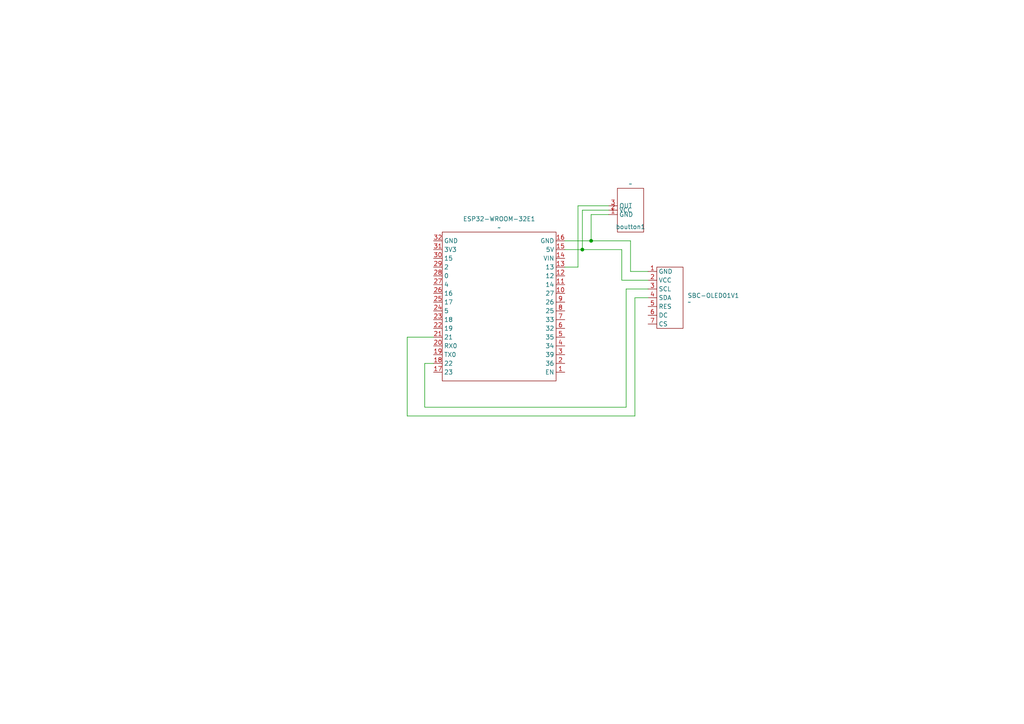
<source format=kicad_sch>
(kicad_sch (version 20231120) (generator "eeschema") (generator_version "8.0")
  (paper "A4")
  (lib_symbols
    (symbol "extensions:ESP32WROOM32E"
      (property "Reference" "ESP32-WROOM-32E" (at 0.508 0 90))
      (symbol "ESP32WROOM32E_0_1"
        (rectangle (start -16.51 20.32) (end 16.51 -22.86))
      )
      (symbol "ESP32WROOM32E_1_1"
        (pin input line (at -19.05 17.78 0) (length 2.54) (name "EN") (number "1"))
        (pin bidirectional line (at -19.05 -5.08 0) (length 2.54) (name "27") (number "10"))
        (pin bidirectional line (at -19.05 -7.62 0) (length 2.54) (name "14") (number "11"))
        (pin bidirectional line (at -19.05 -10.16 0) (length 2.54) (name "12") (number "12"))
        (pin bidirectional line (at -19.05 -12.7 0) (length 2.54) (name "13") (number "13"))
        (pin input line (at -19.05 -15.24 0) (length 2.54) (name "VIN") (number "14"))
        (pin power_out line (at -19.05 -17.78 0) (length 2.54) (name "5V") (number "15"))
        (pin power_out line (at -19.05 -20.32 0) (length 2.54) (name "GND") (number "16"))
        (pin bidirectional line (at 19.05 17.78 180) (length 2.54) (name "23") (number "17"))
        (pin bidirectional line (at 19.05 15.24 180) (length 2.54) (name "22") (number "18"))
        (pin bidirectional line (at 19.05 12.7 180) (length 2.54) (name "TX0") (number "19"))
        (pin input line (at -19.05 15.24 0) (length 2.54) (name "36") (number "2"))
        (pin bidirectional line (at 19.05 10.16 180) (length 2.54) (name "RX0") (number "20"))
        (pin bidirectional line (at 19.05 7.62 180) (length 2.54) (name "21") (number "21"))
        (pin bidirectional line (at 19.05 5.08 180) (length 2.54) (name "19") (number "22"))
        (pin bidirectional line (at 19.05 2.54 180) (length 2.54) (name "18") (number "23"))
        (pin bidirectional line (at 19.05 0 180) (length 2.54) (name "5") (number "24"))
        (pin bidirectional line (at 19.05 -2.54 180) (length 2.54) (name "17") (number "25"))
        (pin bidirectional line (at 19.05 -5.08 180) (length 2.54) (name "16") (number "26"))
        (pin bidirectional line (at 19.05 -7.62 180) (length 2.54) (name "4") (number "27"))
        (pin bidirectional line (at 19.05 -10.16 180) (length 2.54) (name "0") (number "28"))
        (pin bidirectional line (at 19.05 -12.7 180) (length 2.54) (name "2") (number "29"))
        (pin bidirectional line (at -19.05 12.7 0) (length 2.54) (name "39") (number "3"))
        (pin bidirectional line (at 19.05 -15.24 180) (length 2.54) (name "15") (number "30"))
        (pin bidirectional line (at 19.05 -17.78 180) (length 2.54) (name "3V3") (number "31"))
        (pin power_out line (at 19.05 -20.32 180) (length 2.54) (name "GND") (number "32"))
        (pin bidirectional line (at -19.05 10.16 0) (length 2.54) (name "34") (number "4"))
        (pin bidirectional line (at -19.05 7.62 0) (length 2.54) (name "35") (number "5"))
        (pin output line (at -19.05 5.08 0) (length 2.54) (name "32") (number "6"))
        (pin bidirectional line (at -19.05 2.54 0) (length 2.54) (name "33") (number "7"))
        (pin bidirectional line (at -19.05 0 0) (length 2.54) (name "25") (number "8"))
        (pin bidirectional line (at -19.05 -2.54 0) (length 2.54) (name "26") (number "9"))
      )
    )
    (symbol "extensions:SBC-OLED01V2"
      (property "Reference" "SBC-OLED01V1" (at 5.08 -3.1749 0))
      (property "Value" "~" (at 5.08 -5.08 0))
      (symbol "SBC-OLED01V2_0_1"
        (rectangle (start -3.81 5.08) (end 3.81 -12.7))
      )
      (symbol "SBC-OLED01V2_1_1"
        (pin power_in line (at -6.35 3.81 0) (length 2.54) (name "GND") (number "1"))
        (pin power_in line (at -6.35 1.27 0) (length 2.54) (name "VCC") (number "2"))
        (pin input line (at -6.35 -1.27 0) (length 2.54) (name "SCL") (number "3"))
        (pin bidirectional line (at -6.35 -3.81 0) (length 2.54) (name "SDA") (number "4"))
        (pin output line (at -6.35 -6.35 0) (length 2.54) (name "RES") (number "5"))
        (pin output line (at -6.35 -8.89 0) (length 2.54) (name "DC") (number "6"))
        (pin output line (at -6.35 -11.43 0) (length 2.54) (name "CS") (number "7"))
      )
    )
    (symbol "extensions:broche_tri"
      (property "Reference" "b2" (at 0.9525 -5.08 0))
      (property "Value" "~" (at 0.9525 -3.81 0))
      (symbol "broche_tri_0_1"
        (rectangle (start -1.27 6.35) (end 6.35 -6.35))
      )
      (symbol "broche_tri_1_1"
        (pin bidirectional line (at -3.81 1.27 0) (length 2.54) (name "GND") (number "1"))
        (pin bidirectional line (at -3.81 0 0) (length 2.54) (name "VCC") (number "2"))
        (pin bidirectional line (at -3.81 -1.27 0) (length 2.54) (name "OUT") (number "3"))
      )
    )
  )
  (junction (at 171.45 69.85))
  (junction (at 168.91 72.39))
  (wire (pts (xy 125.73 105.41) (xy 123.19 105.41)))
  (wire (pts (xy 176.53 59.69) (xy 167.64 59.69)))
  (wire (pts (xy 167.64 59.69) (xy 167.64 77.47)))
  (wire (pts (xy 118.11 120.65) (xy 118.11 97.79)))
  (wire (pts (xy 163.83 69.85) (xy 171.45 69.85)))
  (wire (pts (xy 187.96 86.36) (xy 184.15 86.36)))
  (wire (pts (xy 123.19 105.41) (xy 123.19 118.11)))
  (wire (pts (xy 167.64 77.47) (xy 163.83 77.47)))
  (wire (pts (xy 123.19 118.11) (xy 181.61 118.11)))
  (wire (pts (xy 168.91 60.96) (xy 168.91 72.39)))
  (wire (pts (xy 182.88 69.85) (xy 182.88 78.74)))
  (wire (pts (xy 176.53 62.23) (xy 171.45 62.23)))
  (wire (pts (xy 181.61 83.82) (xy 187.96 83.82)))
  (wire (pts (xy 163.83 72.39) (xy 168.91 72.39)))
  (wire (pts (xy 118.11 97.79) (xy 125.73 97.79)))
  (wire (pts (xy 171.45 62.23) (xy 171.45 69.85)))
  (wire (pts (xy 176.53 60.96) (xy 168.91 60.96)))
  (wire (pts (xy 168.91 72.39) (xy 180.34 72.39)))
  (wire (pts (xy 180.34 81.28) (xy 187.96 81.28)))
  (wire (pts (xy 181.61 118.11) (xy 181.61 83.82)))
  (wire (pts (xy 182.88 78.74) (xy 187.96 78.74)))
  (wire (pts (xy 184.15 86.36) (xy 184.15 120.65)))
  (wire (pts (xy 184.15 120.65) (xy 118.11 120.65)))
  (wire (pts (xy 171.45 69.85) (xy 182.88 69.85)))
  (wire (pts (xy 180.34 72.39) (xy 180.34 81.28)))
  (symbol (lib_id "extensions:SBC-OLED01V2") (at 194.31 82.55 0) (unit 1)
    (property "Reference" "SBC-OLED01V1" (at 199.39 85.7249 0) (effects (justify left)))
    (property "Value" "~" (at 199.39 87.63 0) (effects (justify left)))
    (property "Footprint" "Library:SBC-OLED01V2" (effects (hide yes)))
  )
  (symbol (lib_id "extensions:ESP32WROOM32E") (at 144.78 90.17 180) (unit 1)
    (property "Reference" "ESP32-WROOM-32E1" (at 144.78 63.5 0))
    (property "Value" "~" (at 144.78 66.04 0))
    (property "Footprint" "Library:ESP32_DevKit_38pin_v2" (effects (hide yes)))
  )
  (symbol (lib_id "extensions:broche_tri") (at 180.34 60.96 0) (mirror x) (unit 1)
    (property "Reference" "boutton1" (at 182.88 65.786 0))
    (property "Value" "~" (at 182.88 53.34 0))
    (property "Footprint" "Library:broche_tri" (effects (hide yes)))
  )
)
</source>
